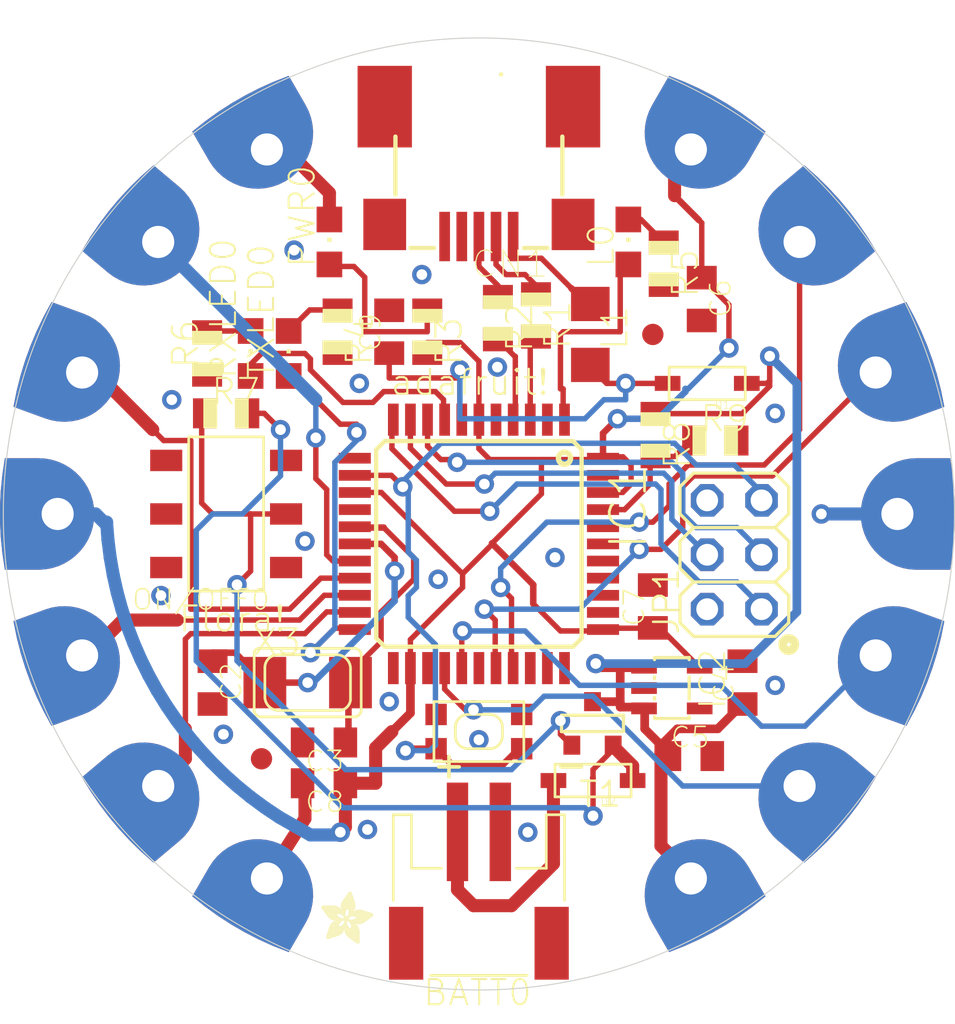
<source format=kicad_pcb>
(kicad_pcb (version 20211014) (generator pcbnew)
  (layers (0 "F.Cu" signal) (1 "In1.Cu" signal) (2 "In2.Cu" signal) (3 "In3.Cu" signal) (4 "In4.Cu" signal) (5 "In5.Cu" signal) (6 "In6.Cu" signal) (7 "In7.Cu" signal) (8 "In8.Cu" signal) (9 "In9.Cu" signal) (10 "In10.Cu" signal) (11 "In11.Cu" signal) (12 "In12.Cu" signal) (13 "In13.Cu" signal) (14 "In14.Cu" signal) (31 "B.Cu" signal) (34 "B.Paste" user) (35 "F.Paste" user) (36 "B.SilkS" user "B.Silkscreen") (37 "F.SilkS" user "F.Silkscreen") (38 "B.Mask" user) (39 "F.Mask" user) (44 "Edge.Cuts" user))
  (net 0 "")
  (net 1 "N$3")
  (net 2 "N$4")
  (net 3 "GND")
  (net 4 "+5V")
  (net 5 "MOSI")
  (net 6 "MISO")
  (net 7 "SCK")
  (net 8 "RST")
  (net 9 "N$9")
  (net 10 "N$8")
  (net 11 "+3V3")
  (net 12 "N$1")
  (net 13 "PC6")
  (net 14 "PC7")
  (net 15 "IO10*")
  (net 16 "IO9*")
  (net 17 "RXLED/SS")
  (net 18 "TXLED")
  (net 19 "D1/TX")
  (net 20 "D0/RX")
  (net 21 "PD1")
  (net 22 "PD0")
  (net 23 "N$10")
  (net 24 "D7")
  (net 25 "N$2")
  (net 26 "N$5")
  (net 27 "VCC")
  (net 28 "VBUS")
  (net 29 "N$7")
  (net 30 "N$11")
  (net 31 "N$12")
  (net 32 "N$6")
  (net 33 "N$13")
  (net 34 "D6*")
  (net 35 "IO12*")
  (net 36 "A5")
  (footprint "boardEagle:R0805" (layer "F.Cu") (at 159.5501 101.5746)
    (fp_text reference "R9")
    (fp_text value "10K")
  )
  (footprint "boardEagle:CHIPLED_0805" (layer "F.Cu") (at 141.5161 92.3036)
    (fp_text reference "PWR0")
    (fp_text value "GREEN")
  )
  (footprint "boardEagle:C0805K" (layer "F.Cu") (at 141.2621 117.5766 180)
    (fp_text reference "C8")
    (fp_text value "10uF")
  )
  (footprint "boardEagle:CHIPLED_0805" (layer "F.Cu") (at 139.6111 97.5106)
    (fp_text reference "TXLED0")
    (fp_text value "YELLOW")
  )
  (footprint "boardEagle:SEWINGTAP_2.0" (layer "F.Cu") (at 128.8161 105.0036 90)
    (fp_text reference "UNK3.3VTAP0" hide)
    (fp_text value "SEWTAP-2.0IN" hide)
  )
  (footprint "boardEagle:SEWINGTAP_2.0" (layer "F.Cu") (at 129.9591 98.3996 70)
    (fp_text reference "SDA0" hide)
    (fp_text value "SEWTAP-2.0IN" hide)
  )
  (footprint "boardEagle:SEWINGTAP_2.0" (layer "F.Cu") (at 163.4871 117.7036 -130)
    (fp_text reference "IO12" hide)
    (fp_text value "SEWTAP-2.0IN" hide)
  )
  (footprint "boardEagle:C0805K" (layer "F.Cu") (at 141.2621 115.6716 180)
    (fp_text reference "C3")
    (fp_text value "18pF")
  )
  (footprint "boardEagle:R0805" (layer "F.Cu") (at 151.1681 95.7326 -90)
    (fp_text reference "R1")
    (fp_text value "22")
  )
  (footprint "boardEagle:EG1390" (layer "F.Cu") (at 136.6901 105.0036 90)
    (fp_text reference "ON/OFF0")
    (fp_text value "EG1390")
  )
  (footprint "boardEagle:SEWINGTAP_2.0" (layer "F.Cu") (at 138.5951 87.9856 30)
    (fp_text reference "GND3TAP0" hide)
    (fp_text value "SEWTAP-2.0IN" hide)
  )
  (footprint "boardEagle:R0805" (layer "F.Cu") (at 146.0881 96.4946 -90)
    (fp_text reference "R3")
    (fp_text value "470")
  )
  (footprint "boardEagle:ADAFRUIT_2.5MM" (layer "F.Cu") (at 141.1351 125.0696)
    (fp_text reference "U$3" hide)
    (fp_text value "" hide)
  )
  (footprint "boardEagle:R1206" (layer "F.Cu") (at 153.7081 96.6216 -90)
    (fp_text reference "L1")
    (fp_text value "500mA")
  )
  (footprint "boardEagle:SEWINGTAP_2.0" (layer "F.Cu") (at 138.5951 122.0216 150)
    (fp_text reference "GNDTAP2" hide)
    (fp_text value "SEWTAP-2.0IN" hide)
  )
  (footprint "boardEagle:SEWINGTAP_2.0" (layer "F.Cu") (at 158.4071 87.9856 -30)
    (fp_text reference "UNK3V3TAP2" hide)
    (fp_text value "SEWTAP-2.0IN" hide)
  )
  (footprint "boardEagle:KMR2" (layer "F.Cu") (at 148.5011 115.1636 180)
    (fp_text reference "BOOT0" hide)
    (fp_text value "SPST_TACT-KMR2" hide)
  )
  (footprint "boardEagle:C0805K" (layer "F.Cu") (at 144.3101 96.4946 90)
    (fp_text reference "C9")
    (fp_text value "10uF")
  )
  (footprint "boardEagle:R0805" (layer "F.Cu") (at 136.6901 100.3046)
    (fp_text reference "R7")
    (fp_text value "10K")
  )
  (footprint "boardEagle:R0805" (layer "F.Cu") (at 156.7561 101.3206 -90)
    (fp_text reference "R8")
    (fp_text value "150K")
  )
  (footprint "boardEagle:SEWINGTAP_2.0" (layer "F.Cu") (at 133.5151 117.7036 130)
    (fp_text reference "TX0" hide)
    (fp_text value "SEWTAP-2.0IN" hide)
  )
  (footprint "boardEagle:R0805" (layer "F.Cu") (at 157.1371 93.3196 -90)
    (fp_text reference "R5")
    (fp_text value "1K")
  )
  (footprint "boardEagle:C0805K" (layer "F.Cu") (at 158.9151 94.9706 -90)
    (fp_text reference "C6")
    (fp_text value "10uF")
  )
  (footprint "boardEagle:TQFP44" (layer "F.Cu") (at 148.5011 106.4006 -90)
    (fp_text reference "IC1")
    (fp_text value "ATMEGA32U4-AU")
  )
  (footprint "boardEagle:SOD-123" (layer "F.Cu") (at 153.8351 117.4496 180)
    (fp_text reference "D2")
    (fp_text value "SCHOTTKY")
  )
  (footprint "boardEagle:R0805" (layer "F.Cu") (at 149.3901 95.8596 -90)
    (fp_text reference "R2")
    (fp_text value "22")
  )
  (footprint "boardEagle:FIDUCIAL_1MM" (layer "F.Cu") (at 156.6291 96.6216)
    (fp_text reference "U$6" hide)
    (fp_text value "FIDUCIAL" hide)
  )
  (footprint "boardEagle:2X03" (layer "F.Cu") (at 160.4391 106.9086 90)
    (fp_text reference "JP1")
    (fp_text value "ICSP")
  )
  (footprint "boardEagle:FIDUCIAL_1MM" (layer "F.Cu") (at 138.3411 116.4336)
    (fp_text reference "U$2" hide)
    (fp_text value "FIDUCIAL" hide)
  )
  (footprint "boardEagle:R0805" (layer "F.Cu") (at 141.8971 96.4946 -90)
    (fp_text reference "R4")
    (fp_text value "1K")
  )
  (footprint "boardEagle:SEWINGTAP_2.0" (layer "F.Cu") (at 163.4871 92.3036 -50)
    (fp_text reference "IO10" hide)
    (fp_text value "SEWTAP-2.0IN" hide)
  )
  (footprint "boardEagle:R0805" (layer "F.Cu") (at 135.8011 97.5106 90)
    (fp_text reference "R6")
    (fp_text value "1K")
  )
  (footprint "boardEagle:SOT-23" (layer "F.Cu") (at 153.8351 114.7826 180)
    (fp_text reference "T1")
    (fp_text value "IRLML2246")
  )
  (footprint "boardEagle:NX5032" (layer "F.Cu") (at 140.5001 112.8776)
    (fp_text reference "X3")
    (fp_text value "8MHz")
  )
  (footprint "boardEagle:CHIPLED_0805" (layer "F.Cu") (at 155.4861 92.3036)
    (fp_text reference "L0")
    (fp_text value "RED")
  )
  (footprint "boardEagle:SEWINGTAP_2.0" (layer "F.Cu") (at 167.0431 111.6076 -110)
    (fp_text reference "D6" hide)
    (fp_text value "SEWTAP-2.0IN" hide)
  )
  (footprint "boardEagle:SEWINGTAP_2.0" (layer "F.Cu") (at 129.9591 111.6076 110)
    (fp_text reference "RX0" hide)
    (fp_text value "SEWTAP-2.0IN" hide)
  )
  (footprint "boardEagle:JST-PH-2-SMT-RA" (layer "F.Cu") (at 148.5011 123.5456 180)
    (fp_text reference "BATT0")
    (fp_text value "3-9VDC")
  )
  (footprint "boardEagle:C0805K" (layer "F.Cu") (at 136.0551 112.8776 -90)
    (fp_text reference "C2")
    (fp_text value "18pF")
  )
  (footprint "boardEagle:USB-MINIB_LARGER" (layer "F.Cu") (at 148.5011 87.9856 180)
    (fp_text reference "CN1")
    (fp_text value "MiniB USB")
  )
  (footprint "boardEagle:C0805K" (layer "F.Cu") (at 156.6291 109.3216 90)
    (fp_text reference "C7")
    (fp_text value "10uF")
  )
  (footprint "boardEagle:CHIPLED_0805" (layer "F.Cu") (at 137.8331 97.5106)
    (fp_text reference "RXLED0")
    (fp_text value "YELLOW")
  )
  (footprint "boardEagle:SEWINGTAP_2.0" (layer "F.Cu") (at 167.0431 98.3996 -70)
    (fp_text reference "IO9" hide)
    (fp_text value "SEWTAP-2.0IN" hide)
  )
  (footprint "boardEagle:SOT23-5L" (layer "F.Cu") (at 157.5181 113.1316 -90)
    (fp_text reference "IC2")
    (fp_text value "LP2985-3.3v")
  )
  (footprint "boardEagle:SEWINGTAP_2.0" (layer "F.Cu") (at 168.0591 105.0036 -90)
    (fp_text reference "GNDTAP0" hide)
    (fp_text value "SEWTAP-2.0IN" hide)
  )
  (footprint "boardEagle:SEWINGTAP_2.0" (layer "F.Cu") (at 158.4071 122.0216 -150)
    (fp_text reference "VCC2" hide)
    (fp_text value "SEWTAP-2.0IN" hide)
  )
  (footprint "boardEagle:SOD-123" (layer "F.Cu") (at 159.1691 98.9076 180)
    (fp_text reference "D1")
    (fp_text value "SCHOTTKY")
  )
  (footprint "boardEagle:SEWINGTAP_2.0" (layer "F.Cu") (at 133.5151 92.3036 50)
    (fp_text reference "SCL0" hide)
    (fp_text value "SEWTAP-2.0IN" hide)
  )
  (footprint "boardEagle:C0805K" (layer "F.Cu") (at 158.4071 116.3066)
    (fp_text reference "C5")
    (fp_text value "10uF")
  )
  (footprint "boardEagle:C0805K" (layer "F.Cu") (at 160.8201 112.8776 90)
    (fp_text reference "C4")
    (fp_text value "10uF")
  )
  (footprint "boardEagle:FLORAMED" (layer "B.Cu") (at 160.1851 103.0986 180)
    (fp_text reference "U$4" hide)
    (fp_text value "" hide)
  )
  (gr_circle (center 162.9791 111.0996) (end 163.263 111.0996) (layer "F.SilkS") (width 0.4064) (fill none))
  (gr_arc (start 126.2761 105.0036) (mid 132.785652 89.288152) (end 148.5011 82.7786) (layer "Edge.Cuts") (width 0.05))
  (gr_arc (start 148.5011 127.2286) (mid 132.785652 120.719048) (end 126.2761 105.0036) (layer "Edge.Cuts") (width 0.05))
  (gr_arc (start 148.5011 82.7786) (mid 164.216548 89.288152) (end 170.7261 105.0036) (layer "Edge.Cuts") (width 0.05))
  (gr_arc (start 170.7261 105.0036) (mid 164.216548 120.719048) (end 148.5011 127.2286) (layer "Edge.Cuts") (width 0.05))
  (gr_text "adafruit!" (at 144.3101 99.5426) (layer "F.SilkS") (effects (font (size 1.1684 1.1684) (thickness 0.1016)) (justify left bottom)))
  (gr_text "Flora!" (at 134.4041 110.5916) (layer "F.SilkS") (effects (font (size 1.1684 1.1684) (thickness 0.1016)) (justify left bottom)))
  (segment (start 150.9011 100.6006) (end 150.9011 96.9996) (width 0.254) (layer "F.Cu") (net 1))
  (segment (start 150.9011 96.9996) (end 151.1681 96.7326) (width 0.254) (layer "F.Cu") (net 1))
  (segment (start 150.2029 97.647) (end 150.1775 97.647) (width 0.254) (layer "F.Cu") (net 2))
  (segment (start 150.1775 97.647) (end 149.3901 96.8596) (width 0.254) (layer "F.Cu") (net 2))
  (segment (start 150.1011 100.6006) (end 150.2029 100.4988) (width 0.3048) (layer "F.Cu") (net 2))
  (segment (start 150.2029 100.4988) (end 150.2029 97.647) (width 0.254) (layer "F.Cu") (net 2))
  (segment (start 140.3731 119.2276) (end 140.3731 117.5766) (width 0.6096) (layer "F.Cu") (net 3))
  (segment (start 138.5951 87.9856) (end 139.4841 87.9856) (width 0.6096) (layer "F.Cu") (net 3))
  (segment (start 139.4841 87.9856) (end 141.5161 90.0176) (width 0.6096) (layer "F.Cu") (net 3))
  (segment (start 138.5951 122.0216) (end 140.3731 119.2276) (width 0.6096) (layer "F.Cu") (net 3))
  (segment (start 141.5161 90.0176) (end 141.5161 91.2536) (width 0.6096) (layer "F.Cu") (net 3))
  (segment (start 140.3731 117.5766) (end 140.2621 117.5766) (width 0.6096) (layer "F.Cu") (net 3))
  (via (at 143.2941 119.7356) (size 0.9064) (drill 0.5) (layers "F.Cu" "B.Cu") (net 3))
  (via (at 139.8651 92.6846) (size 0.9064) (drill 0.5) (layers "F.Cu" "B.Cu") (net 3))
  (via (at 145.8341 93.8276) (size 0.9064) (drill 0.5) (layers "F.Cu" "B.Cu") (net 3))
  (via (at 162.3441 113.0046) (size 0.9064) (drill 0.5) (layers "F.Cu" "B.Cu") (net 3))
  (via (at 144.3101 113.7666) (size 0.9064) (drill 0.5) (layers "F.Cu" "B.Cu") (net 3))
  (via (at 164.5031 105.0036) (size 0.9064) (drill 0.5) (layers "F.Cu" "B.Cu") (net 3))
  (via (at 136.5631 115.2906) (size 0.9064) (drill 0.5) (layers "F.Cu" "B.Cu") (net 3))
  (via (at 162.3441 100.3046) (size 0.9064) (drill 0.5) (layers "F.Cu" "B.Cu") (net 3))
  (via (at 146.5961 108.0516) (size 0.9064) (drill 0.5) (layers "F.Cu" "B.Cu") (net 3))
  (via (at 134.1501 99.6696) (size 0.9064) (drill 0.5) (layers "F.Cu" "B.Cu") (net 3))
  (via (at 149.3647 98.1456) (size 0.9064) (drill 0.5) (layers "F.Cu" "B.Cu") (net 3))
  (via (at 150.7871 119.8626) (size 0.9064) (drill 0.5) (layers "F.Cu" "B.Cu") (net 3))
  (via (at 148.5011 115.5446) (size 0.9064) (drill 0.5) (layers "F.Cu" "B.Cu") (net 3))
  (via (at 140.3731 106.2736) (size 0.9064) (drill 0.5) (layers "F.Cu" "B.Cu") (net 3))
  (via (at 133.6421 108.8136) (size 0.9064) (drill 0.5) (layers "F.Cu" "B.Cu") (net 3))
  (via (at 142.9131 98.9076) (size 0.9064) (drill 0.5) (layers "F.Cu" "B.Cu") (net 3))
  (via (at 152.0571 107.0356) (size 0.9064) (drill 0.5) (layers "F.Cu" "B.Cu") (net 3))
  (segment (start 164.7571 105.0036) (end 168.0591 105.0036) (width 0.6096) (layer "B.Cu") (net 3))
  (segment (start 154.4701 98.9076) (end 153.7081 98.1456) (width 0.254) (layer "F.Cu") (net 4))
  (segment (start 147.6121 98.6536) (end 147.6121 98.2726) (width 0.254) (layer "F.Cu") (net 4))
  (segment (start 144.3101 98.6536) (end 147.6121 98.6536) (width 0.254) (layer "F.Cu") (net 4))
  (segment (start 155.3591 98.9076) (end 154.4701 98.9076) (width 0.254) (layer "F.Cu") (net 4))
  (segment (start 155.3591 98.9076) (end 157.3191 98.9076) (width 0.254) (layer "F.Cu") (net 4))
  (segment (start 157.7721 98.9076) (end 157.3191 98.9076) (width 0.254) (layer "F.Cu") (net 4))
  (segment (start 147.6121 100.6006) (end 147.6121 98.2726) (width 0.254) (layer "F.Cu") (net 4))
  (segment (start 153.7081 98.1456) (end 153.7081 98.0436) (width 0.254) (layer "F.Cu") (net 4))
  (segment (start 147.7011 100.6006) (end 147.6121 100.6006) (width 0.254) (layer "F.Cu") (net 4))
  (segment (start 144.3101 97.4946) (end 144.3101 98.6536) (width 0.254) (layer "F.Cu") (net 4))
  (via (at 147.6121 98.2726) (size 0.9064) (drill 0.5) (layers "F.Cu" "B.Cu") (net 4))
  (via (at 155.3591 98.9076) (size 0.9064) (drill 0.5) (layers "F.Cu" "B.Cu") (net 4))
  (segment (start 147.6121 98.2726) (end 147.6121 100.5586) (width 0.254) (layer "B.Cu") (net 4))
  (segment (start 147.6121 100.5586) (end 153.4541 100.5586) (width 0.254) (layer "B.Cu") (net 4))
  (segment (start 154.3431 99.6696) (end 155.3591 99.6696) (width 0.254) (layer "B.Cu") (net 4))
  (segment (start 153.4541 100.5586) (end 154.3431 99.6696) (width 0.254) (layer "B.Cu") (net 4))
  (segment (start 155.3591 99.6696) (end 155.3591 98.9076) (width 0.254) (layer "B.Cu") (net 4))
  (segment (start 145.3011 101.9306) (end 146.9771 103.6066) (width 0.254) (layer "F.Cu") (net 5))
  (segment (start 145.3011 100.6006) (end 145.3011 101.9306) (width 0.254) (layer "F.Cu") (net 5))
  (segment (start 146.9771 103.6066) (end 148.7551 103.6066) (width 0.254) (layer "F.Cu") (net 5))
  (via (at 148.7551 103.6066) (size 0.9064) (drill 0.5) (layers "F.Cu" "B.Cu") (net 5))
  (segment (start 149.2631 103.0986) (end 157.1371 103.0986) (width 0.254) (layer "B.Cu") (net 5))
  (segment (start 157.1371 103.0986) (end 157.5181 103.4796) (width 0.254) (layer "B.Cu") (net 5))
  (segment (start 157.5181 103.4796) (end 157.5181 105.2576) (width 0.254) (layer "B.Cu") (net 5))
  (segment (start 157.5181 105.2576) (end 159.1691 106.9086) (width 0.254) (layer "B.Cu") (net 5))
  (segment (start 148.7551 103.6066) (end 149.2631 103.0986) (width 0.254) (layer "B.Cu") (net 5))
  (segment (start 144.4371 101.9556) (end 147.3581 104.8766) (width 0.254) (layer "F.Cu") (net 6))
  (segment (start 147.3581 104.8766) (end 149.0091 104.8766) (width 0.254) (layer "F.Cu") (net 6))
  (segment (start 144.5011 100.6006) (end 144.4591 100.5586) (width 0.254) (layer "F.Cu") (net 6))
  (segment (start 144.4591 100.5586) (end 144.4371 100.5586) (width 0.254) (layer "F.Cu") (net 6))
  (segment (start 144.4371 100.5586) (end 144.4371 101.9556) (width 0.254) (layer "F.Cu") (net 6))
  (via (at 149.0091 104.8766) (size 0.9064) (drill 0.5) (layers "F.Cu" "B.Cu") (net 6))
  (segment (start 160.5661 108.1786) (end 161.7091 109.3216) (width 0.254) (layer "B.Cu") (net 6))
  (segment (start 157.0101 103.8606) (end 157.0101 106.4006) (width 0.254) (layer "B.Cu") (net 6))
  (segment (start 156.7561 103.6066) (end 157.0101 103.8606) (width 0.254) (layer "B.Cu") (net 6))
  (segment (start 149.0091 104.8766) (end 150.2791 103.6066) (width 0.254) (layer "B.Cu") (net 6))
  (segment (start 150.2791 103.6066) (end 156.7561 103.6066) (width 0.254) (layer "B.Cu") (net 6))
  (segment (start 158.7881 108.1786) (end 160.5661 108.1786) (width 0.254) (layer "B.Cu") (net 6))
  (segment (start 161.7091 109.3216) (end 161.7091 109.4486) (width 0.254) (layer "B.Cu") (net 6))
  (segment (start 157.0101 106.4006) (end 158.7881 108.1786) (width 0.254) (layer "B.Cu") (net 6))
  (segment (start 146.1011 101.8416) (end 146.1011 100.6006) (width 0.254) (layer "F.Cu") (net 7))
  (segment (start 146.7231 102.4636) (end 146.1011 101.8416) (width 0.254) (layer "F.Cu") (net 7))
  (segment (start 147.4851 102.5906) (end 147.3581 102.4636) (width 0.254) (layer "F.Cu") (net 7))
  (segment (start 147.3581 102.4636) (end 146.7231 102.4636) (width 0.254) (layer "F.Cu") (net 7))
  (via (at 147.4851 102.5906) (size 0.9064) (drill 0.5) (layers "F.Cu" "B.Cu") (net 7))
  (segment (start 158.0261 105.0036) (end 158.6611 105.6386) (width 0.254) (layer "B.Cu") (net 7))
  (segment (start 158.0261 104.1146) (end 158.0261 105.0036) (width 0.254) (layer "B.Cu") (net 7))
  (segment (start 158.0261 103.0986) (end 158.0261 104.1146) (width 0.254) (layer "B.Cu") (net 7))
  (segment (start 157.5181 102.5906) (end 158.0261 103.0986) (width 0.254) (layer "B.Cu") (net 7))
  (segment (start 161.7091 106.7816) (end 161.7091 106.9086) (width 0.254) (layer "B.Cu") (net 7))
  (segment (start 160.5661 105.6386) (end 161.7091 106.7816) (width 0.254) (layer "B.Cu") (net 7))
  (segment (start 147.4851 102.5906) (end 157.5181 102.5906) (width 0.254) (layer "B.Cu") (net 7))
  (segment (start 158.6611 105.6386) (end 160.5661 105.6386) (width 0.254) (layer "B.Cu") (net 7))
  (segment (start 144.4121 103.2006) (end 142.7011 103.2006) (width 0.254) (layer "F.Cu") (net 8))
  (segment (start 147.2251 116.6876) (end 149.6441 116.6876) (width 0.3048) (layer "F.Cu") (net 8))
  (segment (start 145.0721 116.0526) (end 145.0721 115.9636) (width 0.3048) (layer "F.Cu") (net 8))
  (segment (start 150.3681 115.9636) (end 150.5011 115.9636) (width 0.3048) (layer "F.Cu") (net 8))
  (segment (start 144.9451 103.7336) (end 144.4121 103.2006) (width 0.254) (layer "F.Cu") (net 8))
  (segment (start 150.5331 115.9636) (end 150.5011 115.9636) (width 0.3048) (layer "F.Cu") (net 8))
  (segment (start 150.5331 115.9636) (end 150.5331 116.0526) (width 0.3048) (layer "F.Cu") (net 8))
  (segment (start 149.6441 116.6876) (end 150.3681 115.9636) (width 0.3048) (layer "F.Cu") (net 8))
  (segment (start 145.0721 116.0526) (end 145.1991 115.9256) (width 0.254) (layer "F.Cu") (net 8))
  (segment (start 146.3421 115.9636) (end 146.3421 115.7986) (width 0.4064) (layer "F.Cu") (net 8))
  (segment (start 145.0721 115.9636) (end 146.5011 115.9636) (width 0.3048) (layer "F.Cu") (net 8))
  (segment (start 146.5011 115.9636) (end 146.3421 115.9636) (width 0.3048) (layer "F.Cu") (net 8))
  (segment (start 146.5011 115.9636) (end 147.2251 116.6876) (width 0.3048) (layer "F.Cu") (net 8))
  (via (at 144.9451 103.7336) (size 0.9064) (drill 0.5) (layers "F.Cu" "B.Cu") (net 8))
  (via (at 145.0721 116.0526) (size 0.9064) (drill 0.5) (layers "F.Cu" "B.Cu") (net 8))
  (segment (start 161.8361 104.4956) (end 161.7091 104.3686) (width 0.254) (layer "B.Cu") (net 8))
  (segment (start 146.4691 115.7986) (end 146.2151 116.0526) (width 0.254) (layer "B.Cu") (net 8))
  (segment (start 144.9451 103.7336) (end 144.9451 103.4796) (width 0.254) (layer "B.Cu") (net 8))
  (segment (start 160.4391 102.7176) (end 161.8361 104.1146) (width 0.254) (layer "B.Cu") (net 8))
  (segment (start 145.1991 103.9876) (end 145.1991 106.7816) (width 0.254) (layer "B.Cu") (net 8))
  (segment (start 145.1991 109.8296) (end 146.4691 111.0996) (width 0.254) (layer "B.Cu") (net 8))
  (segment (start 145.1991 106.7816) (end 145.5801 107.1626) (width 0.254) (layer "B.Cu") (net 8))
  (segment (start 157.6451 101.7016) (end 158.6611 102.7176) (width 0.254) (layer "B.Cu") (net 8))
  (segment (start 145.5801 107.1626) (end 145.5801 108.4326) (width 0.254) (layer "B.Cu") (net 8))
  (segment (start 146.7231 101.7016) (end 157.6451 101.7016) (width 0.254) (layer "B.Cu") (net 8))
  (segment (start 161.8361 104.1146) (end 161.8361 104.4956) (width 0.254) (layer "B.Cu") (net 8))
  (segment (start 145.1991 108.8136) (end 145.1991 109.8296) (width 0.254) (layer "B.Cu") (net 8))
  (segment (start 145.5801 108.4326) (end 145.1991 108.8136) (width 0.254) (layer "B.Cu") (net 8))
  (segment (start 144.9451 103.7336) (end 145.1991 103.9876) (width 0.254) (layer "B.Cu") (net 8))
  (segment (start 158.6611 102.7176) (end 160.4391 102.7176) (width 0.254) (layer "B.Cu") (net 8))
  (segment (start 144.9451 103.4796) (end 146.7231 101.7016) (width 0.254) (layer "B.Cu") (net 8))
  (segment (start 146.2151 116.0526) (end 145.0721 116.0526) (width 0.254) (layer "B.Cu") (net 8))
  (segment (start 146.4691 111.0996) (end 146.4691 115.7986) (width 0.254) (layer "B.Cu") (net 8))
  (segment (start 142.7481 105.6006) (end 142.7011 105.6006) (width 0.3048) (layer "F.Cu") (net 9))
  (segment (start 142.4051 115.6556) (end 142.3891 115.6716) (width 0.254) (layer "F.Cu") (net 9))
  (segment (start 144.0561 105.6386) (end 142.7861 105.6386) (width 0.3048) (layer "F.Cu") (net 9))
  (segment (start 142.3891 115.6716) (end 142.2621 115.6716) (width 0.254) (layer "F.Cu") (net 9))
  (segment (start 142.4051 112.9726) (end 142.4051 115.6556) (width 0.3048) (layer "F.Cu") (net 9))
  (segment (start 143.9291 110.9726) (end 142.5001 112.4016) (width 0.254) (layer "F.Cu") (net 9))
  (segment (start 143.9291 109.5756) (end 143.9291 110.9726) (width 0.254) (layer "F.Cu") (net 9))
  (segment (start 145.4531 107.0356) (end 145.4531 108.0516) (width 0.254) (layer "F.Cu") (net 9))
  (segment (start 145.4531 107.0356) (end 144.0561 105.6386) (width 0.254) (layer "F.Cu") (net 9))
  (segment (start 142.5001 112.8776) (end 142.4051 112.9726) (width 0.3048) (layer "F.Cu") (net 9))
  (segment (start 145.4531 108.0516) (end 143.9291 109.5756) (width 0.254) (layer "F.Cu") (net 9))
  (segment (start 142.5001 112.4016) (end 142.5001 112.8776) (width 0.3048) (layer "F.Cu") (net 9))
  (segment (start 142.7861 105.6386) (end 142.7481 105.6006) (width 0.3048) (layer "F.Cu") (net 9))
  (segment (start 143.9291 106.4006) (end 142.7011 106.4006) (width 0.3048) (layer "F.Cu") (net 10))
  (segment (start 140.5001 112.8776) (end 138.5001 112.8776) (width 0.3048) (layer "F.Cu") (net 10))
  (segment (start 143.9291 106.4006) (end 144.5641 107.0356) (width 0.3048) (layer "F.Cu") (net 10))
  (segment (start 144.5641 107.0356) (end 144.5641 107.6706) (width 0.3048) (layer "F.Cu") (net 10))
  (segment (start 136.0551 111.4806) (end 136.0551 111.8776) (width 0.3048) (layer "F.Cu") (net 10))
  (segment (start 138.5001 112.8776) (end 137.1031 111.4806) (width 0.3048) (layer "F.Cu") (net 10))
  (segment (start 137.1031 111.4806) (end 136.0551 111.4806) (width 0.3048) (layer "F.Cu") (net 10))
  (via (at 144.5641 107.6706) (size 0.9064) (drill 0.5) (layers "F.Cu" "B.Cu") (net 10))
  (via (at 140.5001 112.8776) (size 0.9064) (drill 0.5) (layers "F.Cu" "B.Cu") (net 10))
  (segment (start 144.5641 109.0676) (end 140.7541 112.8776) (width 0.3048) (layer "B.Cu") (net 10))
  (segment (start 140.7541 112.8776) (end 140.5001 112.8776) (width 0.3048) (layer "B.Cu") (net 10))
  (segment (start 144.5641 107.6706) (end 144.5641 109.0676) (width 0.3048) (layer "B.Cu") (net 10))
  (segment (start 160.1851 95.2406) (end 160.1851 97.2566) (width 0.254) (layer "F.Cu") (net 11))
  (segment (start 149.1128 106.3773) (end 149.112 106.3773) (width 0.3048) (layer "F.Cu") (net 11))
  (segment (start 151.0411 108.3056) (end 149.1996 106.4641) (width 0.3048) (layer "F.Cu") (net 11))
  (segment (start 142.2781 117.5606) (end 142.2621 117.5766) (width 0.6096) (layer "F.Cu") (net 11))
  (segment (start 155.6131 103.6066) (end 155.6131 102.7176) (width 0.254) (layer "F.Cu") (net 11))
  (segment (start 158.9151 91.4146) (end 158.9151 93.9706) (width 0.254) (layer "F.Cu") (net 11))
  (segment (start 142.2781 117.5766) (end 142.2781 117.5606) (width 0.6096) (layer "F.Cu") (net 11))
  (segment (start 156.9581 110.3216) (end 156.6291 110.3216) (width 0.254) (layer "F.Cu") (net 11))
  (segment (start 154.3011 110.4006) (end 154.3431 110.4426) (width 0.254) (layer "F.Cu") (net 11))
  (segment (start 149.0091 102.4636) (end 148.5011 101.9556) (width 0.254) (layer "F.Cu") (net 11))
  (segment (start 147.7391 107.7976) (end 147.7391 108.4326) (width 0.254) (layer "F.Cu") (net 11))
  (segment (start 154.3011 110.4226) (end 154.3431 110.4646) (width 0.254) (layer "F.Cu") (net 11))
  (segment (start 151.0411 109.1946) (end 151.0411 108.3056) (width 0.3048) (layer "F.Cu") (net 11))
  (segment (start 152.3111 110.4646) (end 151.0411 109.1946) (width 0.254) (layer "F.Cu") (net 11))
  (segment (start 143.6751 115.9256) (end 143.6751 117.5766) (width 0.6096) (layer "F.Cu") (net 11))
  (segment (start 143.6751 117.5766) (end 142.2781 117.5766) (width 0.6096) (layer "F.Cu") (net 11))
  (segment (start 148.5011 97.8756) (end 147.6281 97.0026) (width 0.254) (layer "F.Cu") (net 11))
  (segment (start 154.3011 101.2356) (end 154.9781 100.5586) (width 0.3048) (layer "F.Cu") (net 11))
  (segment (start 154.3431 102.4636) (end 154.3431 102.4426) (width 0.254) (layer "F.Cu") (net 11))
  (segment (start 154.3011 102.4006) (end 154.3011 101.2356) (width 0.3048) (layer "F.Cu") (net 11))
  (segment (start 142.2621 119.6246) (end 142.2621 117.5766) (width 0.6096) (layer "F.Cu") (net 11))
  (segment (start 149.0726 106.4641) (end 149.1996 106.4641) (width 0.254) (layer "F.Cu") (net 11))
  (segment (start 151.4221 104.068) (end 151.4221 102.4636) (width 0.254) (layer "F.Cu") (net 11))
  (segment (start 155.6131 102.7176) (end 155.2321 102.3366) (width 0.254) (layer "F.Cu") (net 11))
  (segment (start 148.5011 101.9556) (end 148.5011 100.6006) (width 0.254) (layer "F.Cu") (net 11))
  (segment (start 154.3011 110.4006) (end 154.3011 110.4226) (width 0.254) (layer "F.Cu") (net 11))
  (segment (start 147.7391 107.7976) (end 149.0726 106.4641) (width 0.254) (layer "F.Cu") (net 11))
  (segment (start 144.4371 115.1636) (end 143.6751 115.9256) (width 0.6096) (layer "F.Cu") (net 11))
  (segment (start 145.3011 114.2996) (end 144.4371 115.1636) (width 0.4064) (layer "F.Cu") (net 11))
  (segment (start 155.2191 104.0006) (end 155.6131 103.6066) (width 0.254) (layer "F.Cu") (net 11))
  (segment (start 145.3011 112.2006) (end 145.3011 114.2996) (width 0.4064) (layer "F.Cu") (net 11))
  (segment (start 142.0241 119.8626) (end 142.2621 119.6246) (width 0.6096) (layer "F.Cu") (net 11))
  (segment (start 154.3431 102.4426) (end 154.3011 102.4006) (width 0.254) (layer "F.Cu") (net 11))
  (segment (start 151.4221 102.4636) (end 154.3431 102.4636) (width 0.254) (layer "F.Cu") (net 11))
  (segment (start 154.3011 104.0006) (end 155.2191 104.0006) (width 0.254) (layer "F.Cu") (net 11))
  (segment (start 147.7391 108.4326) (end 145.3011 110.8706) (width 0.254) (layer "F.Cu") (net 11))
  (segment (start 154.4701 110.4646) (end 154.5971 110.3376) (width 0.254) (layer "F.Cu") (net 11))
  (segment (start 155.2321 102.3366) (end 154.3651 102.3366) (width 0.254) (layer "F.Cu") (net 11))
  (segment (start 151.4221 102.4636) (end 149.0091 102.4636) (width 0.254) (layer "F.Cu") (net 11))
  (segment (start 147.7391 107.7976) (end 143.9421 104.0006) (width 0.254) (layer "F.Cu") (net 11))
  (segment (start 148.5011 100.6006) (end 148.5011 97.8756) (width 0.254) (layer "F.Cu") (net 11))
  (segment (start 154.3431 110.4646) (end 152.3111 110.4646) (width 0.254) (layer "F.Cu") (net 11))
  (segment (start 142.2781 117.5606) (end 142.2781 117.4496) (width 0.6096) (layer "F.Cu") (net 11))
  (segment (start 158.9151 93.9706) (end 160.1851 95.2406) (width 0.254) (layer "F.Cu") (net 11))
  (segment (start 143.9421 104.0006) (end 142.7011 104.0006) (width 0.254) (layer "F.Cu") (net 11))
  (segment (start 158.7881 91.2876) (end 158.9151 91.4146) (width 0.254) (layer "F.Cu") (net 11))
  (segment (start 146.0881 97.0026) (end 146.0881 97.4946) (width 0.254) (layer "F.Cu") (net 11))
  (segment (start 156.6291 110.3376) (end 156.6291 110.3216) (width 0.4064) (layer "F.Cu") (net 11))
  (segment (start 154.3431 110.4426) (end 154.3431 110.4646) (width 0.254) (layer "F.Cu") (net 11))
  (segment (start 158.7881 91.2876) (end 157.6451 90.1446) (width 0.3048) (layer "F.Cu") (net 11))
  (segment (start 147.6281 97.0026) (end 146.0881 97.0026) (width 0.254) (layer "F.Cu") (net 11))
  (segment (start 157.6451 88.7476) (end 158.4071 87.9856) (width 0.6096) (layer "F.Cu") (net 11))
  (segment (start 151.4221 104.068) (end 149.1128 106.3773) (width 0.254) (layer "F.Cu") (net 11))
  (segment (start 154.5971 110.3376) (end 156.6291 110.3376) (width 0.254) (layer "F.Cu") (net 11))
  (segment (start 146.0881 97.8916) (end 146.0881 97.4946) (width 0.254) (layer "F.Cu") (net 11))
  (segment (start 157.6451 90.1446) (end 157.6451 88.7476) (width 0.6096) (layer "F.Cu") (net 11))
  (segment (start 154.3431 110.4646) (end 154.4701 110.4646) (width 0.254) (layer "F.Cu") (net 11))
  (segment (start 149.1996 106.4641) (end 149.1128 106.3773) (width 0.3048) (layer "F.Cu") (net 11))
  (segment (start 142.2781 117.5766) (end 142.2621 117.5766) (width 0.6096) (layer "F.Cu") (net 11))
  (segment (start 158.8181 112.1816) (end 156.9581 110.3216) (width 0.254) (layer "F.Cu") (net 11))
  (segment (start 145.3011 110.8706) (end 145.3011 112.2006) (width 0.254) (layer "F.Cu") (net 11))
  (segment (start 154.3651 102.3366) (end 154.3011 102.4006) (width 0.254) (layer "F.Cu") (net 11))
  (via (at 154.9781 100.5586) (size 0.9064) (drill 0.5) (layers "F.Cu" "B.Cu") (net 11))
  (via (at 142.0241 119.8626) (size 0.9064) (drill 0.5) (layers "F.Cu" "B.Cu") (net 11))
  (via (at 160.1851 97.2566) (size 0.9064) (drill 0.5) (layers "F.Cu" "B.Cu") (net 11))
  (segment (start 131.414002 107.852783) (end 131.595842 108.662514) (width 0.6096) (layer "B.Cu") (net 11))
  (segment (start 139.184553 119.16959) (end 140.6271 119.9896) (width 0.6096) (layer "B.Cu") (net 11))
  (segment (start 134.377661 114.647354) (end 134.879442 115.308372) (width 0.6096) (layer "B.Cu") (net 11))
  (segment (start 133.471226 113.257486) (end 133.907901 113.963209) (width 0.6096) (layer "B.Cu") (net 11))
  (segment (start 160.1851 97.2566) (end 158.2801 99.1616) (width 0.254) (layer "B.Cu") (net 11))
  (segment (start 132.369214 111.027065) (end 132.70101 111.78775) (width 0.6096) (layer "B.Cu") (net 11))
  (segment (start 131.1021 105.384601) (end 131.166852 106.211968) (width 0.6096) (layer "B.Cu") (net 11))
  (segment (start 132.70101 111.78775) (end 133.068625 112.531785) (width 0.6096) (layer "B.Cu") (net 11))
  (segment (start 134.879442 115.308372) (end 135.412107 115.944766) (width 0.6096) (layer "B.Cu") (net 11))
  (segment (start 137.826486 118.216169) (end 138.494172 118.709043) (width 0.6096) (layer "B.Cu") (net 11))
  (segment (start 133.068625 112.531785) (end 133.471226 113.257486) (width 0.6096) (layer "B.Cu") (net 11))
  (segment (start 131.166852 106.211968) (end 131.270898 107.035317) (width 0.6096) (layer "B.Cu") (net 11))
  (segment (start 142.0241 119.9896) (end 142.0241 119.8626) (width 0.6096) (layer "B.Cu") (net 11))
  (segment (start 137.183008 117.692083) (end 137.826486 118.216169) (width 0.6096) (layer "B.Cu") (net 11))
  (segment (start 135.97445 116.555094) (end 136.565197 117.137973) (width 0.6096) (layer "B.Cu") (net 11))
  (segment (start 131.595842 108.662514) (end 131.816003 109.462675) (width 0.6096) (layer "B.Cu") (net 11))
  (segment (start 130.5941 105.0036) (end 131.1021 105.5116) (width 0.6096) (layer "B.Cu") (net 11))
  (segment (start 138.494172 118.709043) (end 139.184553 119.16959) (width 0.6096) (layer "B.Cu") (net 11))
  (segment (start 131.1021 105.3846) (end 131.1021 105.384601) (width 0.6096) (layer "B.Cu") (net 11))
  (segment (start 128.8161 105.0036) (end 130.5941 105.0036) (width 0.6096) (layer "B.Cu") (net 11))
  (segment (start 132.073989 110.251455) (end 132.369214 111.027065) (width 0.6096) (layer "B.Cu") (net 11))
  (segment (start 156.8831 100.5586) (end 158.1531 99.2886) (width 0.3048) (layer "B.Cu") (net 11))
  (segment (start 154.9781 100.5586) (end 156.8831 100.5586) (width 0.3048) (layer "B.Cu") (net 11))
  (segment (start 158.1531 99.2886) (end 158.1531 99.1616) (width 0.3048) (layer "B.Cu") (net 11))
  (segment (start 135.412107 115.944766) (end 135.97445 116.555094) (width 0.6096) (layer "B.Cu") (net 11))
  (segment (start 131.816003 109.462675) (end 132.073989 110.251455) (width 0.6096) (layer "B.Cu") (net 11))
  (segment (start 133.907901 113.963209) (end 134.377661 114.647354) (width 0.6096) (layer "B.Cu") (net 11))
  (segment (start 131.270898 107.035317) (end 131.414002 107.852783) (width 0.6096) (layer "B.Cu") (net 11))
  (segment (start 158.2801 99.1616) (end 158.1531 99.1616) (width 0.254) (layer "B.Cu") (net 11))
  (segment (start 136.565197 117.137973) (end 137.183008 117.692083) (width 0.6096) (layer "B.Cu") (net 11))
  (segment (start 131.1021 105.5116) (end 131.1021 105.3846) (width 0.6096) (layer "B.Cu") (net 11))
  (segment (start 140.6271 119.9896) (end 142.0241 119.9896) (width 0.6096) (layer "B.Cu") (net 11))
  (segment (start 146.0881 96.4946) (end 146.0881 95.4946) (width 0.254) (layer "F.Cu") (net 12))
  (segment (start 141.5161 93.4466) (end 142.6591 93.4466) (width 0.254) (layer "F.Cu") (net 12))
  (segment (start 142.6591 93.4466) (end 143.1671 93.9546) (width 0.254) (layer "F.Cu") (net 12))
  (segment (start 146.0881 95.4946) (end 146.0881 95.4786) (width 0.254) (layer "F.Cu") (net 12))
  (segment (start 143.1671 93.9546) (end 143.1671 96.4946) (width 0.254) (layer "F.Cu") (net 12))
  (segment (start 143.1671 96.4946) (end 146.0881 96.4946) (width 0.254) (layer "F.Cu") (net 12))
  (segment (start 141.5161 93.3536) (end 141.5161 93.4466) (width 0.254) (layer "F.Cu") (net 12))
  (segment (start 161.8361 102.7176) (end 163.4871 101.0666) (width 0.254) (layer "F.Cu") (net 15))
  (segment (start 157.3911 104.6226) (end 156.6291 105.3846) (width 0.254) (layer "F.Cu") (net 15))
  (segment (start 158.2801 102.7176) (end 161.8361 102.7176) (width 0.254) (layer "F.Cu") (net 15))
  (segment (start 149.5171 108.4326) (end 150.0251 108.9406) (width 0.254) (layer "F.Cu") (net 15))
  (segment (start 150.0251 108.9406) (end 150.0251 112.1246) (width 0.254) (layer "F.Cu") (net 15))
  (segment (start 156.6291 105.3846) (end 155.9941 105.3846) (width 0.254) (layer "F.Cu") (net 15))
  (segment (start 150.0251 112.1246) (end 150.1011 112.2006) (width 0.254) (layer "F.Cu") (net 15))
  (segment (start 157.3911 104.6226) (end 157.3911 103.6066) (width 0.254) (layer "F.Cu") (net 15))
  (segment (start 163.4871 101.0666) (end 163.4871 92.3036) (width 0.254) (layer "F.Cu") (net 15))
  (segment (start 157.3911 103.6066) (end 158.2801 102.7176) (width 0.254) (layer "F.Cu") (net 15))
  (via (at 155.9941 105.3846) (size 0.9064) (drill 0.5) (layers "F.Cu" "B.Cu") (net 15))
  (via (at 149.5171 108.4326) (size 0.9064) (drill 0.5) (layers "F.Cu" "B.Cu") (net 15))
  (segment (start 149.5171 107.5436) (end 151.6761 105.3846) (width 0.254) (layer "B.Cu") (net 15))
  (segment (start 149.5171 108.4326) (end 149.5171 107.5436) (width 0.254) (layer "B.Cu") (net 15))
  (segment (start 151.6761 105.3846) (end 155.9941 105.3846) (width 0.254) (layer "B.Cu") (net 15))
  (segment (start 162.2171 103.2256) (end 167.0431 98.3996) (width 0.254) (layer "F.Cu") (net 16))
  (segment (start 149.2631 109.9566) (end 149.2631 112.2386) (width 0.254) (layer "F.Cu") (net 16))
  (segment (start 158.5341 103.2256) (end 162.2171 103.2256) (width 0.254) (layer "F.Cu") (net 16))
  (segment (start 157.0101 106.6546) (end 155.9941 106.6546) (width 0.254) (layer "F.Cu") (net 16))
  (segment (start 158.0261 103.7336) (end 158.5341 103.2256) (width 0.254) (layer "F.Cu") (net 16))
  (segment (start 149.2631 112.2386) (end 149.2631 112.3696) (width 0.254) (layer "F.Cu") (net 16))
  (segment (start 158.0261 105.6386) (end 158.0261 103.7336) (width 0.254) (layer "F.Cu") (net 16))
  (segment (start 149.2631 112.2386) (end 149.3011 112.2006) (width 0.254) (layer "F.Cu") (net 16))
  (segment (start 158.0261 105.6386) (end 157.0101 106.6546) (width 0.254) (layer "F.Cu") (net 16))
  (segment (start 148.7551 109.4486) (end 149.2631 109.9566) (width 0.254) (layer "F.Cu") (net 16))
  (via (at 155.9941 106.6546) (size 0.9064) (drill 0.5) (layers "F.Cu" "B.Cu") (net 16))
  (via (at 148.7551 109.4486) (size 0.9064) (drill 0.5) (layers "F.Cu" "B.Cu") (net 16))
  (segment (start 153.2001 109.4486) (end 148.7551 109.4486) (width 0.254) (layer "B.Cu") (net 16))
  (segment (start 153.2001 109.4486) (end 155.9941 106.6546) (width 0.254) (layer "B.Cu") (net 16))
  (segment (start 137.8331 98.0186) (end 137.8331 98.5606) (width 0.254) (layer "F.Cu") (net 17))
  (segment (start 140.6271 97.7646) (end 140.3731 97.5106) (width 0.254) (layer "F.Cu") (net 17))
  (segment (start 138.3411 97.5106) (end 137.8331 98.0186) (width 0.254) (layer "F.Cu") (net 17))
  (segment (start 143.5481 99.7966) (end 144.0561 99.2886) (width 0.254) (layer "F.Cu") (net 17))
  (segment (start 140.6271 98.2726) (end 140.6271 97.7646) (width 0.254) (layer "F.Cu") (net 17))
  (segment (start 146.8501 100.5496) (end 146.9011 100.6006) (width 0.3048) (layer "F.Cu") (net 17))
  (segment (start 142.1511 99.7966) (end 140.6271 98.2726) (width 0.254) (layer "F.Cu") (net 17))
  (segment (start 140.3731 97.5106) (end 138.3411 97.5106) (width 0.254) (layer "F.Cu") (net 17))
  (segment (start 144.0561 99.2886) (end 146.4691 99.2886) (width 0.254) (layer "F.Cu") (net 17))
  (segment (start 146.4691 99.2886) (end 146.8501 99.6696) (width 0.254) (layer "F.Cu") (net 17))
  (segment (start 146.8501 99.6696) (end 146.8501 100.5496) (width 0.254) (layer "F.Cu") (net 17))
  (segment (start 142.1511 99.7966) (end 143.5481 99.7966) (width 0.254) (layer "F.Cu") (net 17))
  (segment (start 139.7721 98.5606) (end 142.0241 100.8126) (width 0.254) (layer "F.Cu") (net 18))
  (segment (start 140.6271 111.4806) (end 141.7701 110.3376) (width 0.254) (layer "F.Cu") (net 18))
  (segment (start 142.6591 110.3586) (end 142.7011 110.4006) (width 0.254) (layer "F.Cu") (net 18))
  (segment (start 139.7721 98.5606) (end 139.7381 98.5266) (width 0.254) (layer "F.Cu") (net 18))
  (segment (start 142.6591 110.3376) (end 142.6591 110.3586) (width 0.254) (layer "F.Cu") (net 18))
  (segment (start 141.7701 110.3376) (end 142.6591 110.3376) (width 0.254) (layer "F.Cu") (net 18))
  (segment (start 139.6111 98.5606) (end 139.7721 98.5606) (width 0.254) (layer "F.Cu") (net 18))
  (segment (start 142.7861 100.8126) (end 142.7861 101.1936) (width 0.254) (layer "F.Cu") (net 18))
  (segment (start 142.0241 100.8126) (end 142.7861 100.8126) (width 0.254) (layer "F.Cu") (net 18))
  (via (at 142.7861 101.1936) (size 0.9064) (drill 0.5) (layers "F.Cu" "B.Cu") (net 18))
  (via (at 140.6271 111.4806) (size 0.9064) (drill 0.5) (layers "F.Cu" "B.Cu") (net 18))
  (segment (start 142.7861 101.5746) (end 141.7701 102.5906) (width 0.254) (layer "B.Cu") (net 18))
  (segment (start 141.7701 110.3376) (end 140.6271 111.4806) (width 0.254) (layer "B.Cu") (net 18))
  (segment (start 141.7701 102.5906) (end 141.7701 110.3376) (width 0.254) (layer "B.Cu") (net 18))
  (segment (start 142.7861 101.1936) (end 142.7861 101.5746) (width 0.254) (layer "B.Cu") (net 18))
  (segment (start 134.7851 115.0366) (end 134.7851 116.4336) (width 0.6096) (layer "F.Cu") (net 19))
  (segment (start 140.3731 110.5916) (end 135.0391 110.5916) (width 0.254) (layer "F.Cu") (net 19))
  (segment (start 142.7011 109.6006) (end 142.6841 109.6006) (width 0.254) (layer "F.Cu") (net 19))
  (segment (start 142.6591 109.5756) (end 141.3891 109.5756) (width 0.254) (layer "F.Cu") (net 19))
  (segment (start 135.0391 110.5916) (end 134.7851 110.8456) (width 0.254) (layer "F.Cu") (net 19))
  (segment (start 134.7851 110.8456) (end 134.7851 115.0366) (width 0.254) (layer "F.Cu") (net 19))
  (segment (start 142.6841 109.6006) (end 142.6591 109.5756) (width 0.254) (layer "F.Cu") (net 19))
  (segment (start 134.7851 116.4336) (end 133.5151 117.7036) (width 0.6096) (layer "F.Cu") (net 19))
  (segment (start 141.3891 109.5756) (end 140.3731 110.5916) (width 0.254) (layer "F.Cu") (net 19))
  (segment (start 142.7011 108.8006) (end 141.2751 108.8006) (width 0.254) (layer "F.Cu") (net 20))
  (segment (start 131.8641 109.9566) (end 130.0861 111.7346) (width 0.6096) (layer "F.Cu") (net 20))
  (segment (start 130.0861 111.7346) (end 129.9591 111.6076) (width 0.6096) (layer "F.Cu") (net 20))
  (segment (start 140.1191 109.9566) (end 134.4041 109.9566) (width 0.254) (layer "F.Cu") (net 20))
  (segment (start 134.4041 109.9566) (end 131.8641 109.9566) (width 0.6096) (layer "F.Cu") (net 20))
  (segment (start 141.2751 108.8006) (end 140.1191 109.9566) (width 0.254) (layer "F.Cu") (net 20))
  (segment (start 130.7211 98.5266) (end 129.9591 98.5266) (width 0.6096) (layer "F.Cu") (net 21))
  (segment (start 129.9591 98.5266) (end 129.9591 98.3996) (width 0.6096) (layer "F.Cu") (net 21))
  (segment (start 135.0391 109.4486) (end 135.0391 101.5746) (width 0.254) (layer "F.Cu") (net 21))
  (segment (start 133.2611 101.0666) (end 130.7211 98.5266) (width 0.6096) (layer "F.Cu") (net 21))
  (segment (start 135.0391 101.5746) (end 133.7691 101.5746) (width 0.254) (layer "F.Cu") (net 21))
  (segment (start 141.1101 108.0006) (end 142.7011 108.0006) (width 0.254) (layer "F.Cu") (net 21))
  (segment (start 139.6621 109.4486) (end 141.1101 108.0006) (width 0.254) (layer "F.Cu") (net 21))
  (segment (start 133.7691 101.5746) (end 133.2611 101.0666) (width 0.254) (layer "F.Cu") (net 21))
  (segment (start 139.6621 109.4486) (end 135.0391 109.4486) (width 0.254) (layer "F.Cu") (net 21))
  (segment (start 141.3891 106.9086) (end 141.6811 107.2006) (width 0.254) (layer "F.Cu") (net 22))
  (segment (start 140.8811 103.3526) (end 141.3891 103.8606) (width 0.254) (layer "F.Cu") (net 22))
  (segment (start 140.8811 101.4476) (end 140.8811 103.3526) (width 0.254) (layer "F.Cu") (net 22))
  (segment (start 141.3891 103.8606) (end 141.3891 106.9086) (width 0.254) (layer "F.Cu") (net 22))
  (segment (start 141.6811 107.2006) (end 142.7011 107.2006) (width 0.254) (layer "F.Cu") (net 22))
  (via (at 140.8811 101.4476) (size 0.9064) (drill 0.5) (layers "F.Cu" "B.Cu") (net 22))
  (segment (start 133.5151 92.3036) (end 140.8811 99.6696) (width 0.6096) (layer "B.Cu") (net 22))
  (segment (start 140.8811 99.6696) (end 140.8811 101.4476) (width 0.254) (layer "B.Cu") (net 22))
  (segment (start 156.0711 91.2536) (end 157.1371 92.3196) (width 0.254) (layer "F.Cu") (net 23))
  (segment (start 156.0711 91.2536) (end 155.4861 91.2536) (width 0.254) (layer "F.Cu") (net 23))
  (segment (start 152.3111 96.6216) (end 152.4381 96.4946) (width 0.254) (layer "F.Cu") (net 24))
  (segment (start 152.5011 100.6006) (end 152.4591 100.5586) (width 0.254) (layer "F.Cu") (net 24))
  (segment (start 152.3111 99.1616) (end 152.3111 96.6216) (width 0.254) (layer "F.Cu") (net 24))
  (segment (start 152.4381 96.4946) (end 155.1051 96.4946) (width 0.254) (layer "F.Cu") (net 24))
  (segment (start 155.4861 93.3536) (end 155.44149 93.3536) (width 0.4064) (layer "F.Cu") (net 24))
  (segment (start 152.4381 100.5586) (end 152.4381 99.1616) (width 0.254) (layer "F.Cu") (net 24))
  (segment (start 152.4381 99.1616) (end 152.3111 99.1616) (width 0.254) (layer "F.Cu") (net 24))
  (segment (start 155.1051 93.7346) (end 155.4861 93.3536) (width 0.254) (layer "F.Cu") (net 24))
  (segment (start 152.4591 100.5586) (end 152.4381 100.5586) (width 0.254) (layer "F.Cu") (net 24))
  (segment (start 155.1051 96.4946) (end 155.1051 93.7346) (width 0.254) (layer "F.Cu") (net 24))
  (segment (start 149.3901 94.3356) (end 148.5011 93.4466) (width 0.254) (layer "F.Cu") (net 25))
  (segment (start 149.3901 94.8596) (end 149.3901 94.3356) (width 0.254) (layer "F.Cu") (net 25))
  (segment (start 148.5011 93.4466) (end 148.5011 92.0496) (width 0.254) (layer "F.Cu") (net 25))
  (segment (start 149.3011 93.3576) (end 149.3011 92.0496) (width 0.254) (layer "F.Cu") (net 26))
  (segment (start 151.1681 94.7326) (end 151.1681 94.7166) (width 0.254) (layer "F.Cu") (net 26))
  (segment (start 149.3011 93.3576) (end 149.7711 93.8276) (width 0.254) (layer "F.Cu") (net 26))
  (segment (start 150.6601 93.8276) (end 151.1681 94.3356) (width 0.254) (layer "F.Cu") (net 26))
  (segment (start 149.7711 93.8276) (end 150.6601 93.8276) (width 0.254) (layer "F.Cu") (net 26))
  (segment (start 151.1681 94.3356) (end 151.1681 94.7326) (width 0.254) (layer "F.Cu") (net 26))
  (segment (start 156.2481 114.0206) (end 156.2481 115.0366) (width 0.4064) (layer "F.Cu") (net 27))
  (segment (start 153.9621 112.1816) (end 153.9621 111.9886) (width 0.4064) (layer "F.Cu") (net 27))
  (segment (start 156.2481 114.0206) (end 156.2181 114.0506) (width 0.254) (layer "F.Cu") (net 27))
  (segment (start 162.0901 99.0346) (end 160.8041 100.3206) (width 0.254) (layer "F.Cu") (net 27))
  (segment (start 156.2181 114.0506) (end 156.2181 114.0816) (width 0.254) (layer "F.Cu") (net 27))
  (segment (start 157.0101 120.4976) (end 158.4071 121.8946) (width 0.6096) (layer "F.Cu") (net 27))
  (segment (start 157.2801 116.1796) (end 157.0101 116.1796) (width 0.254) (layer "F.Cu") (net 27))
  (segment (start 161.9631 98.9076) (end 161.0191 98.9076) (width 0.254) (layer "F.Cu") (net 27))
  (segment (start 157.0101 115.7986) (end 157.0101 116.1796) (width 0.6096) (layer "F.Cu") (net 27))
  (segment (start 158.4071 121.8946) (end 158.4071 122.0216) (width 0.6096) (layer "F.Cu") (net 27))
  (segment (start 160.8041 100.3206) (end 156.7561 100.3206) (width 0.254) (layer "F.Cu") (net 27))
  (segment (start 156.3751 114.0206) (end 156.2481 114.0206) (width 0.4064) (layer "F.Cu") (net 27))
  (segment (start 157.7721 115.0366) (end 159.6611 115.0366) (width 0.4064) (layer "F.Cu") (net 27))
  (segment (start 157.0101 115.7986) (end 157.7721 115.0366) (width 0.4064) (layer "F.Cu") (net 27))
  (segment (start 162.0901 97.6376) (end 162.0901 98.7806) (width 0.254) (layer "F.Cu") (net 27))
  (segment (start 155.1051 114.0206) (end 155.1051 113.7666) (width 0.4064) (layer "F.Cu") (net 27))
  (segment (start 157.4071 116.3066) (end 157.2801 116.1796) (width 0.254) (layer "F.Cu") (net 27))
  (segment (start 162.0901 98.7806) (end 161.9631 98.9076) (width 0.254) (layer "F.Cu") (net 27))
  (segment (start 155.1051 113.7666) (end 153.8097 113.7666) (width 0.4064) (layer "F.Cu") (net 27))
  (segment (start 155.1051 113.7666) (end 155.1051 112.1816) (width 0.4064) (layer "F.Cu") (net 27))
  (segment (start 162.0901 98.7806) (end 162.0901 99.0346) (width 0.254) (layer "F.Cu") (net 27))
  (segment (start 155.1051 112.1816) (end 153.9621 112.1816) (width 0.4064) (layer "F.Cu") (net 27))
  (segment (start 157.0101 116.1796) (end 157.0101 120.4976) (width 0.6096) (layer "F.Cu") (net 27))
  (segment (start 159.6611 115.0366) (end 160.8201 113.8776) (width 0.4064) (layer "F.Cu") (net 27))
  (segment (start 155.1051 112.1816) (end 156.2181 112.1816) (width 0.4064) (layer "F.Cu") (net 27))
  (segment (start 156.2481 115.0366) (end 157.0101 115.7986) (width 0.4064) (layer "F.Cu") (net 27))
  (segment (start 156.2481 114.0206) (end 155.1051 114.0206) (width 0.4064) (layer "F.Cu") (net 27))
  (via (at 153.9621 111.9886) (size 0.9064) (drill 0.5) (layers "F.Cu" "B.Cu") (net 27))
  (via (at 162.0901 97.6376) (size 0.9064) (drill 0.5) (layers "F.Cu" "B.Cu") (net 27))
  (segment (start 162.0901 97.6376) (end 162.0901 97.7646) (width 0.4064) (layer "B.Cu") (net 27))
  (segment (start 163.3601 109.5756) (end 163.3601 98.9076) (width 0.4064) (layer "B.Cu") (net 27))
  (segment (start 162.0901 97.7646) (end 162.2171 97.8916) (width 0.4064) (layer "B.Cu") (net 27))
  (segment (start 153.9621 111.9886) (end 160.9471 111.9886) (width 0.4064) (layer "B.Cu") (net 27))
  (segment (start 163.3601 98.9076) (end 162.0901 97.6376) (width 0.4064) (layer "B.Cu") (net 27))
  (segment (start 160.9471 111.9886) (end 163.3601 109.5756) (width 0.4064) (layer "B.Cu") (net 27))
  (segment (start 150.1011 93.0656) (end 151.4221 93.0656) (width 0.254) (layer "F.Cu") (net 28))
  (segment (start 152.8191 94.4626) (end 153.7081 95.3516) (width 0.3048) (layer "F.Cu") (net 28))
  (segment (start 150.1011 93.0656) (end 150.1011 92.0496) (width 0.254) (layer "F.Cu") (net 28))
  (segment (start 151.4221 93.0656) (end 152.8191 94.4626) (width 0.254) (layer "F.Cu") (net 28))
  (segment (start 153.7081 95.3516) (end 153.7081 95.1996) (width 0.3048) (layer "F.Cu") (net 28))
  (segment (start 147.5011 122.5456) (end 147.5011 119.8456) (width 0.6096) (layer "F.Cu") (net 29))
  (segment (start 150.0251 123.2916) (end 148.2471 123.2916) (width 0.6096) (layer "F.Cu") (net 29))
  (segment (start 148.2471 123.2916) (end 147.5011 122.5456) (width 0.6096) (layer "F.Cu") (net 29))
  (segment (start 151.9851 121.3316) (end 150.0251 123.2916) (width 0.6096) (layer "F.Cu") (net 29))
  (segment (start 151.9851 117.4496) (end 151.9851 121.3316) (width 0.6096) (layer "F.Cu") (net 29))
  (segment (start 141.8971 95.4786) (end 141.8971 95.4946) (width 0.254) (layer "F.Cu") (net 30))
  (segment (start 139.6111 96.4606) (end 139.6451 96.4946) (width 0.254) (layer "F.Cu") (net 30))
  (segment (start 139.6111 96.4606) (end 140.5931 95.4786) (width 0.254) (layer "F.Cu") (net 30))
  (segment (start 140.5931 95.4786) (end 141.8971 95.4786) (width 0.254) (layer "F.Cu") (net 30))
  (segment (start 135.8351 96.4606) (end 135.8011 96.4946) (width 0.3048) (layer "F.Cu") (net 31))
  (segment (start 137.8331 96.4606) (end 135.8351 96.4606) (width 0.254) (layer "F.Cu") (net 31))
  (segment (start 135.8011 96.4946) (end 135.8011 96.5106) (width 0.3048) (layer "F.Cu") (net 31))
  (segment (start 155.6851 117.4496) (end 155.7401 117.4496) (width 0.6096) (layer "F.Cu") (net 32))
  (segment (start 139.2301 101.0666) (end 138.4681 100.3046) (width 0.254) (layer "F.Cu") (net 32))
  (segment (start 154.7749 115.8494) (end 154.8511 115.9256) (width 0.6096) (layer "F.Cu") (net 32))
  (segment (start 153.8351 116.9416) (end 153.8351 117.3226) (width 0.254) (layer "F.Cu") (net 32))
  (segment (start 154.8511 115.9256) (end 153.8351 116.9416) (width 0.254) (layer "F.Cu") (net 32))
  (segment (start 154.7749 115.7986) (end 154.7749 115.8494) (width 0.6096) (layer "F.Cu") (net 32))
  (segment (start 153.8351 117.3226) (end 153.8351 119.1006) (width 0.254) (layer "F.Cu") (net 32))
  (segment (start 155.6851 116.7596) (end 155.6851 117.4496) (width 0.6096) (layer "F.Cu") (net 32))
  (segment (start 154.8511 115.9256) (end 155.6851 116.7596) (width 0.6096) (layer "F.Cu") (net 32))
  (segment (start 138.4681 100.3046) (end 137.6901 100.3046) (width 0.254) (layer "F.Cu") (net 32))
  (segment (start 153.8351 117.3226) (end 153.8097 117.3226) (width 0.254) (layer "F.Cu") (net 32))
  (via (at 139.2301 101.0666) (size 0.9064) (drill 0.5) (layers "F.Cu" "B.Cu") (net 32))
  (via (at 153.8351 119.1006) (size 0.9064) (drill 0.5) (layers "F.Cu" "B.Cu") (net 32))
  (segment (start 136.0551 105.0036) (end 137.4521 105.0036) (width 0.254) (layer "B.Cu") (net 32))
  (segment (start 139.2301 103.2256) (end 139.2301 101.0666) (width 0.254) (layer "B.Cu") (net 32))
  (segment (start 153.4541 118.7196) (end 142.1511 118.7196) (width 0.254) (layer "B.Cu") (net 32))
  (segment (start 135.2931 105.7656) (end 136.0551 105.0036) (width 0.254) (layer "B.Cu") (net 32))
  (segment (start 135.2931 111.8616) (end 135.2931 105.7656) (width 0.254) (layer "B.Cu") (net 32))
  (segment (start 137.4521 105.0036) (end 139.2301 103.2256) (width 0.254) (layer "B.Cu") (net 32))
  (segment (start 153.8351 119.1006) (end 153.4541 118.7196) (width 0.254) (layer "B.Cu") (net 32))
  (segment (start 142.1511 118.7196) (end 135.2931 111.8616) (width 0.254) (layer "B.Cu") (net 32))
  (segment (start 152.3111 115.2906) (end 152.8191 115.7986) (width 0.254) (layer "F.Cu") (net 33))
  (segment (start 135.5471 100.9236) (end 135.6901 100.7806) (width 0.3048) (layer "F.Cu") (net 33))
  (segment (start 137.8331 105.0036) (end 138.9761 105.0036) (width 0.254) (layer "F.Cu") (net 33))
  (segment (start 137.8331 105.0036) (end 136.0551 105.0036) (width 0.254) (layer "F.Cu") (net 33))
  (segment (start 135.5471 104.4956) (end 135.5471 100.9236) (width 0.254) (layer "F.Cu") (net 33))
  (segment (start 137.1981 108.3056) (end 137.8331 107.6706) (width 0.254) (layer "F.Cu") (net 33))
  (segment (start 135.6901 100.7806) (end 135.6901 100.3046) (width 0.3048) (layer "F.Cu") (net 33))
  (segment (start 136.0551 105.0036) (end 135.5471 104.4956) (width 0.254) (layer "F.Cu") (net 33))
  (segment (start 137.8331 107.6706) (end 137.8331 105.0036) (width 0.254) (layer "F.Cu") (net 33))
  (segment (start 152.3111 114.6556) (end 152.3111 115.2906) (width 0.254) (layer "F.Cu") (net 33))
  (segment (start 152.8191 115.7986) (end 152.8445 115.7986) (width 0.254) (layer "F.Cu") (net 33))
  (segment (start 138.9761 105.0036) (end 139.4901 105.0036) (width 0.4064) (layer "F.Cu") (net 33))
  (via (at 137.1981 108.3056) (size 0.9064) (drill 0.5) (layers "F.Cu" "B.Cu") (net 33))
  (via (at 152.3111 114.6556) (size 0.9064) (drill 0.5) (layers "F.Cu" "B.Cu") (net 33))
  (segment (start 142.2781 116.9416) (end 137.1981 111.8616) (width 0.254) (layer "B.Cu") (net 33))
  (segment (start 152.3111 114.6556) (end 150.0251 116.9416) (width 0.254) (layer "B.Cu") (net 33))
  (segment (start 137.1981 111.8616) (end 137.1981 108.3056) (width 0.254) (layer "B.Cu") (net 33))
  (segment (start 150.0251 116.9416) (end 142.2781 116.9416) (width 0.254) (layer "B.Cu") (net 33))
  (segment (start 147.7011 110.4266) (end 147.7011 112.2006) (width 0.254) (layer "F.Cu") (net 34))
  (segment (start 147.7391 110.4646) (end 147.7011 110.4266) (width 0.254) (layer "F.Cu") (net 34))
  (via (at 147.7391 110.4646) (size 0.9064) (drill 0.5) (layers "F.Cu" "B.Cu") (net 34))
  (segment (start 153.2001 113.0046) (end 150.6601 110.4646) (width 0.254) (layer "B.Cu") (net 34))
  (segment (start 161.7091 114.9096) (end 163.7411 114.9096) (width 0.254) (layer "B.Cu") (net 34))
  (segment (start 163.7411 114.9096) (end 167.0431 111.6076) (width 0.254) (layer "B.Cu") (net 34))
  (segment (start 159.8041 113.0046) (end 161.7091 114.9096) (width 0.254) (layer "B.Cu") (net 34))
  (segment (start 150.6601 110.4646) (end 147.7391 110.4646) (width 0.254) (layer "B.Cu") (net 34))
  (segment (start 167.0431 111.6076) (end 167.1701 111.6076) (width 0.254) (layer "B.Cu") (net 34))
  (segment (start 159.8041 113.0046) (end 153.2001 113.0046) (width 0.254) (layer "B.Cu") (net 34))
  (segment (start 148.2471 114.1476) (end 147.8661 114.1476) (width 0.254) (layer "F.Cu") (net 35))
  (segment (start 146.9011 113.1826) (end 146.9011 112.2006) (width 0.254) (layer "F.Cu") (net 35))
  (segment (start 147.8661 114.1476) (end 146.9011 113.1826) (width 0.254) (layer "F.Cu") (net 35))
  (via (at 148.2471 114.1476) (size 0.9064) (drill 0.5) (layers "F.Cu" "B.Cu") (net 35))
  (segment (start 163.4871 117.7036) (end 158.0261 117.7036) (width 0.254) (layer "B.Cu") (net 35))
  (segment (start 151.5491 113.5126) (end 150.9141 114.1476) (width 0.254) (layer "B.Cu") (net 35))
  (segment (start 158.0261 117.7036) (end 153.8351 113.5126) (width 0.254) (layer "B.Cu") (net 35))
  (segment (start 150.9141 114.1476) (end 148.2471 114.1476) (width 0.254) (layer "B.Cu") (net 35))
  (segment (start 153.8351 113.5126) (end 151.5491 113.5126) (width 0.254) (layer "B.Cu") (net 35))
  (segment (start 155.3081 104.8006) (end 156.5021 103.6066) (width 0.254) (layer "F.Cu") (net 36))
  (segment (start 156.7401 102.3366) (end 156.5021 102.3366) (width 0.3048) (layer "F.Cu") (net 36))
  (segment (start 156.5021 103.6066) (end 156.5021 102.3366) (width 0.254) (layer "F.Cu") (net 36))
  (segment (start 156.7561 102.3206) (end 156.7401 102.3366) (width 0.3048) (layer "F.Cu") (net 36))
  (segment (start 156.7561 102.3206) (end 157.6611 102.3206) (width 0.254) (layer "F.Cu") (net 36))
  (segment (start 157.6611 102.3206) (end 158.4071 101.5746) (width 0.254) (layer "F.Cu") (net 36))
  (segment (start 154.3011 104.8006) (end 155.3081 104.8006) (width 0.254) (layer "F.Cu") (net 36))
  (segment (start 158.4071 101.5746) (end 158.5501 101.5746) (width 0.254) (layer "F.Cu") (net 36))
)
</source>
